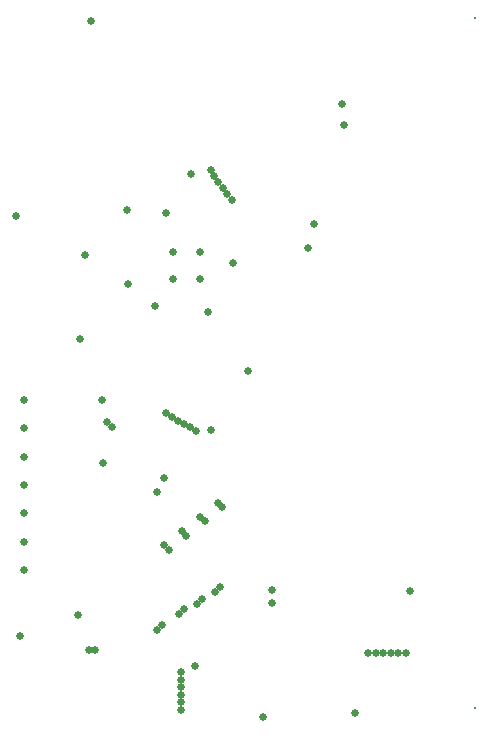
<source format=gbs>
G04*
G04 #@! TF.GenerationSoftware,Altium Limited,Altium Designer,18.0.12 (696)*
G04*
G04 Layer_Color=16711935*
%FSLAX25Y25*%
%MOIN*%
G70*
G01*
G75*
%ADD69C,0.00800*%
%ADD70C,0.02600*%
D69*
X260000Y340000D02*
D03*
Y110000D02*
D03*
D70*
X156400Y186800D02*
D03*
X166924Y124276D02*
D03*
X154200Y182200D02*
D03*
X136200Y191800D02*
D03*
X238600Y149000D02*
D03*
X157100Y208400D02*
D03*
X159100Y207200D02*
D03*
X165094Y203705D02*
D03*
X192500Y145000D02*
D03*
X157220Y275300D02*
D03*
X128500Y233000D02*
D03*
X127676Y141187D02*
D03*
X135937Y212833D02*
D03*
X109987Y156140D02*
D03*
Y212833D02*
D03*
Y203384D02*
D03*
Y193935D02*
D03*
Y165589D02*
D03*
Y175038D02*
D03*
Y184487D02*
D03*
X108500Y134000D02*
D03*
X133600Y129500D02*
D03*
X131400D02*
D03*
X139056Y203944D02*
D03*
X137500Y205500D02*
D03*
X154244Y136244D02*
D03*
X156500Y164500D02*
D03*
X155800Y137800D02*
D03*
X158056Y162944D02*
D03*
X162389Y169225D02*
D03*
X161444Y141444D02*
D03*
X163900Y167625D02*
D03*
X163000Y143000D02*
D03*
X170011Y172400D02*
D03*
X169000Y146500D02*
D03*
X168456Y173956D02*
D03*
X167444Y144944D02*
D03*
X175900Y177100D02*
D03*
X175000Y150500D02*
D03*
X174344Y178656D02*
D03*
X173444Y148944D02*
D03*
X163126Y204849D02*
D03*
X167063Y202563D02*
D03*
X161157Y205991D02*
D03*
X107000Y274000D02*
D03*
X192500Y149500D02*
D03*
X171000Y242000D02*
D03*
X179000Y279500D02*
D03*
X177500Y281500D02*
D03*
X176000Y283500D02*
D03*
X174500Y285500D02*
D03*
X173175Y287563D02*
D03*
X172000Y289500D02*
D03*
X224500Y128500D02*
D03*
X227000D02*
D03*
X229500D02*
D03*
X232000D02*
D03*
X234500D02*
D03*
X237000D02*
D03*
X165500Y288000D02*
D03*
X204500Y263500D02*
D03*
X172100Y202700D02*
D03*
X162000Y122000D02*
D03*
Y119500D02*
D03*
Y117000D02*
D03*
Y114500D02*
D03*
Y112000D02*
D03*
Y109500D02*
D03*
X220200Y108500D02*
D03*
X189500Y107000D02*
D03*
X184500Y222500D02*
D03*
X206500Y271500D02*
D03*
X132000Y339000D02*
D03*
X168500Y262000D02*
D03*
X159500D02*
D03*
Y253000D02*
D03*
X168500D02*
D03*
X216543Y304457D02*
D03*
X130000Y261000D02*
D03*
X179359Y258641D02*
D03*
X144000Y276000D02*
D03*
X153500Y244000D02*
D03*
X215957Y311543D02*
D03*
X144346Y251654D02*
D03*
M02*

</source>
